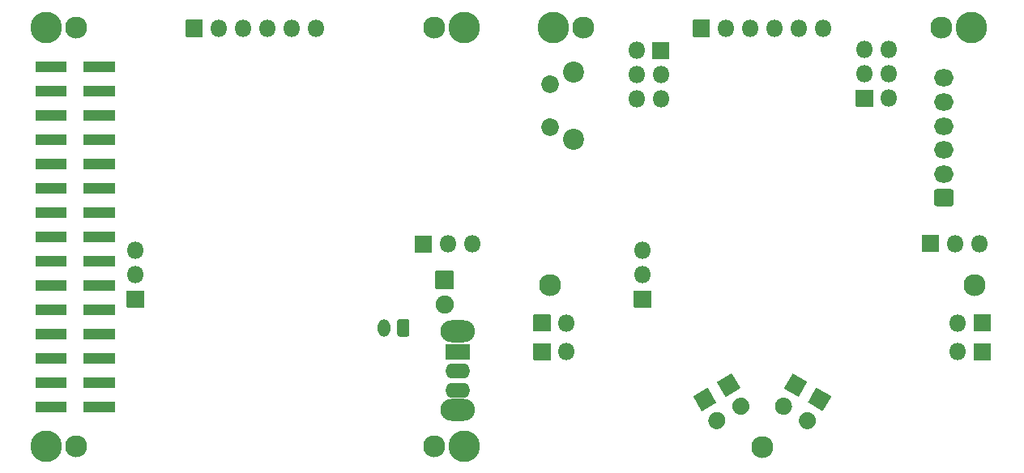
<source format=gts>
G04 #@! TF.GenerationSoftware,KiCad,Pcbnew,5.1.7-a382d34a8~88~ubuntu18.04.1*
G04 #@! TF.CreationDate,2021-01-25T19:44:07+09:00*
G04 #@! TF.ProjectId,m5mouse,6d356d6f-7573-4652-9e6b-696361645f70,rev?*
G04 #@! TF.SameCoordinates,Original*
G04 #@! TF.FileFunction,Soldermask,Top*
G04 #@! TF.FilePolarity,Negative*
%FSLAX46Y46*%
G04 Gerber Fmt 4.6, Leading zero omitted, Abs format (unit mm)*
G04 Created by KiCad (PCBNEW 5.1.7-a382d34a8~88~ubuntu18.04.1) date 2021-01-25 19:44:07*
%MOMM*%
%LPD*%
G01*
G04 APERTURE LIST*
%ADD10C,2.300000*%
%ADD11C,3.300000*%
%ADD12O,1.800000X1.800000*%
%ADD13C,1.900000*%
%ADD14O,2.050000X1.800000*%
%ADD15O,2.600000X1.600000*%
%ADD16O,3.600000X2.300000*%
%ADD17C,2.200000*%
%ADD18C,1.850000*%
%ADD19O,1.300000X1.850000*%
G04 APERTURE END LIST*
D10*
X158000000Y-137000000D03*
X139300000Y-93150000D03*
D11*
X136150000Y-93150000D03*
D10*
X176700000Y-93150000D03*
D11*
X179850000Y-93150000D03*
D10*
X123700000Y-136850000D03*
D11*
X126850000Y-136850000D03*
D10*
X86300000Y-136850000D03*
D11*
X83150000Y-136850000D03*
D10*
X86300000Y-93150000D03*
D11*
X83150000Y-93150000D03*
D10*
X123700000Y-93150000D03*
D11*
X126850000Y-93150000D03*
D10*
X180200000Y-120000000D03*
X135800000Y-120000000D03*
G36*
G01*
X82050000Y-97720000D02*
X82050000Y-96720000D01*
G75*
G02*
X82100000Y-96670000I50000J0D01*
G01*
X85250000Y-96670000D01*
G75*
G02*
X85300000Y-96720000I0J-50000D01*
G01*
X85300000Y-97720000D01*
G75*
G02*
X85250000Y-97770000I-50000J0D01*
G01*
X82100000Y-97770000D01*
G75*
G02*
X82050000Y-97720000I0J50000D01*
G01*
G37*
G36*
G01*
X87100000Y-97720000D02*
X87100000Y-96720000D01*
G75*
G02*
X87150000Y-96670000I50000J0D01*
G01*
X90300000Y-96670000D01*
G75*
G02*
X90350000Y-96720000I0J-50000D01*
G01*
X90350000Y-97720000D01*
G75*
G02*
X90300000Y-97770000I-50000J0D01*
G01*
X87150000Y-97770000D01*
G75*
G02*
X87100000Y-97720000I0J50000D01*
G01*
G37*
G36*
G01*
X82050000Y-100260000D02*
X82050000Y-99260000D01*
G75*
G02*
X82100000Y-99210000I50000J0D01*
G01*
X85250000Y-99210000D01*
G75*
G02*
X85300000Y-99260000I0J-50000D01*
G01*
X85300000Y-100260000D01*
G75*
G02*
X85250000Y-100310000I-50000J0D01*
G01*
X82100000Y-100310000D01*
G75*
G02*
X82050000Y-100260000I0J50000D01*
G01*
G37*
G36*
G01*
X87100000Y-100260000D02*
X87100000Y-99260000D01*
G75*
G02*
X87150000Y-99210000I50000J0D01*
G01*
X90300000Y-99210000D01*
G75*
G02*
X90350000Y-99260000I0J-50000D01*
G01*
X90350000Y-100260000D01*
G75*
G02*
X90300000Y-100310000I-50000J0D01*
G01*
X87150000Y-100310000D01*
G75*
G02*
X87100000Y-100260000I0J50000D01*
G01*
G37*
G36*
G01*
X82050000Y-102800000D02*
X82050000Y-101800000D01*
G75*
G02*
X82100000Y-101750000I50000J0D01*
G01*
X85250000Y-101750000D01*
G75*
G02*
X85300000Y-101800000I0J-50000D01*
G01*
X85300000Y-102800000D01*
G75*
G02*
X85250000Y-102850000I-50000J0D01*
G01*
X82100000Y-102850000D01*
G75*
G02*
X82050000Y-102800000I0J50000D01*
G01*
G37*
G36*
G01*
X87100000Y-102800000D02*
X87100000Y-101800000D01*
G75*
G02*
X87150000Y-101750000I50000J0D01*
G01*
X90300000Y-101750000D01*
G75*
G02*
X90350000Y-101800000I0J-50000D01*
G01*
X90350000Y-102800000D01*
G75*
G02*
X90300000Y-102850000I-50000J0D01*
G01*
X87150000Y-102850000D01*
G75*
G02*
X87100000Y-102800000I0J50000D01*
G01*
G37*
G36*
G01*
X82050000Y-105340000D02*
X82050000Y-104340000D01*
G75*
G02*
X82100000Y-104290000I50000J0D01*
G01*
X85250000Y-104290000D01*
G75*
G02*
X85300000Y-104340000I0J-50000D01*
G01*
X85300000Y-105340000D01*
G75*
G02*
X85250000Y-105390000I-50000J0D01*
G01*
X82100000Y-105390000D01*
G75*
G02*
X82050000Y-105340000I0J50000D01*
G01*
G37*
G36*
G01*
X87100000Y-105340000D02*
X87100000Y-104340000D01*
G75*
G02*
X87150000Y-104290000I50000J0D01*
G01*
X90300000Y-104290000D01*
G75*
G02*
X90350000Y-104340000I0J-50000D01*
G01*
X90350000Y-105340000D01*
G75*
G02*
X90300000Y-105390000I-50000J0D01*
G01*
X87150000Y-105390000D01*
G75*
G02*
X87100000Y-105340000I0J50000D01*
G01*
G37*
G36*
G01*
X82050000Y-107880000D02*
X82050000Y-106880000D01*
G75*
G02*
X82100000Y-106830000I50000J0D01*
G01*
X85250000Y-106830000D01*
G75*
G02*
X85300000Y-106880000I0J-50000D01*
G01*
X85300000Y-107880000D01*
G75*
G02*
X85250000Y-107930000I-50000J0D01*
G01*
X82100000Y-107930000D01*
G75*
G02*
X82050000Y-107880000I0J50000D01*
G01*
G37*
G36*
G01*
X87100000Y-107880000D02*
X87100000Y-106880000D01*
G75*
G02*
X87150000Y-106830000I50000J0D01*
G01*
X90300000Y-106830000D01*
G75*
G02*
X90350000Y-106880000I0J-50000D01*
G01*
X90350000Y-107880000D01*
G75*
G02*
X90300000Y-107930000I-50000J0D01*
G01*
X87150000Y-107930000D01*
G75*
G02*
X87100000Y-107880000I0J50000D01*
G01*
G37*
G36*
G01*
X82050000Y-110420000D02*
X82050000Y-109420000D01*
G75*
G02*
X82100000Y-109370000I50000J0D01*
G01*
X85250000Y-109370000D01*
G75*
G02*
X85300000Y-109420000I0J-50000D01*
G01*
X85300000Y-110420000D01*
G75*
G02*
X85250000Y-110470000I-50000J0D01*
G01*
X82100000Y-110470000D01*
G75*
G02*
X82050000Y-110420000I0J50000D01*
G01*
G37*
G36*
G01*
X87100000Y-110420000D02*
X87100000Y-109420000D01*
G75*
G02*
X87150000Y-109370000I50000J0D01*
G01*
X90300000Y-109370000D01*
G75*
G02*
X90350000Y-109420000I0J-50000D01*
G01*
X90350000Y-110420000D01*
G75*
G02*
X90300000Y-110470000I-50000J0D01*
G01*
X87150000Y-110470000D01*
G75*
G02*
X87100000Y-110420000I0J50000D01*
G01*
G37*
G36*
G01*
X82050000Y-112960000D02*
X82050000Y-111960000D01*
G75*
G02*
X82100000Y-111910000I50000J0D01*
G01*
X85250000Y-111910000D01*
G75*
G02*
X85300000Y-111960000I0J-50000D01*
G01*
X85300000Y-112960000D01*
G75*
G02*
X85250000Y-113010000I-50000J0D01*
G01*
X82100000Y-113010000D01*
G75*
G02*
X82050000Y-112960000I0J50000D01*
G01*
G37*
G36*
G01*
X87100000Y-112960000D02*
X87100000Y-111960000D01*
G75*
G02*
X87150000Y-111910000I50000J0D01*
G01*
X90300000Y-111910000D01*
G75*
G02*
X90350000Y-111960000I0J-50000D01*
G01*
X90350000Y-112960000D01*
G75*
G02*
X90300000Y-113010000I-50000J0D01*
G01*
X87150000Y-113010000D01*
G75*
G02*
X87100000Y-112960000I0J50000D01*
G01*
G37*
G36*
G01*
X82050000Y-115500000D02*
X82050000Y-114500000D01*
G75*
G02*
X82100000Y-114450000I50000J0D01*
G01*
X85250000Y-114450000D01*
G75*
G02*
X85300000Y-114500000I0J-50000D01*
G01*
X85300000Y-115500000D01*
G75*
G02*
X85250000Y-115550000I-50000J0D01*
G01*
X82100000Y-115550000D01*
G75*
G02*
X82050000Y-115500000I0J50000D01*
G01*
G37*
G36*
G01*
X87100000Y-115500000D02*
X87100000Y-114500000D01*
G75*
G02*
X87150000Y-114450000I50000J0D01*
G01*
X90300000Y-114450000D01*
G75*
G02*
X90350000Y-114500000I0J-50000D01*
G01*
X90350000Y-115500000D01*
G75*
G02*
X90300000Y-115550000I-50000J0D01*
G01*
X87150000Y-115550000D01*
G75*
G02*
X87100000Y-115500000I0J50000D01*
G01*
G37*
G36*
G01*
X82050000Y-118040000D02*
X82050000Y-117040000D01*
G75*
G02*
X82100000Y-116990000I50000J0D01*
G01*
X85250000Y-116990000D01*
G75*
G02*
X85300000Y-117040000I0J-50000D01*
G01*
X85300000Y-118040000D01*
G75*
G02*
X85250000Y-118090000I-50000J0D01*
G01*
X82100000Y-118090000D01*
G75*
G02*
X82050000Y-118040000I0J50000D01*
G01*
G37*
G36*
G01*
X87100000Y-118040000D02*
X87100000Y-117040000D01*
G75*
G02*
X87150000Y-116990000I50000J0D01*
G01*
X90300000Y-116990000D01*
G75*
G02*
X90350000Y-117040000I0J-50000D01*
G01*
X90350000Y-118040000D01*
G75*
G02*
X90300000Y-118090000I-50000J0D01*
G01*
X87150000Y-118090000D01*
G75*
G02*
X87100000Y-118040000I0J50000D01*
G01*
G37*
G36*
G01*
X82050000Y-120580000D02*
X82050000Y-119580000D01*
G75*
G02*
X82100000Y-119530000I50000J0D01*
G01*
X85250000Y-119530000D01*
G75*
G02*
X85300000Y-119580000I0J-50000D01*
G01*
X85300000Y-120580000D01*
G75*
G02*
X85250000Y-120630000I-50000J0D01*
G01*
X82100000Y-120630000D01*
G75*
G02*
X82050000Y-120580000I0J50000D01*
G01*
G37*
G36*
G01*
X87100000Y-120580000D02*
X87100000Y-119580000D01*
G75*
G02*
X87150000Y-119530000I50000J0D01*
G01*
X90300000Y-119530000D01*
G75*
G02*
X90350000Y-119580000I0J-50000D01*
G01*
X90350000Y-120580000D01*
G75*
G02*
X90300000Y-120630000I-50000J0D01*
G01*
X87150000Y-120630000D01*
G75*
G02*
X87100000Y-120580000I0J50000D01*
G01*
G37*
G36*
G01*
X82050000Y-123120000D02*
X82050000Y-122120000D01*
G75*
G02*
X82100000Y-122070000I50000J0D01*
G01*
X85250000Y-122070000D01*
G75*
G02*
X85300000Y-122120000I0J-50000D01*
G01*
X85300000Y-123120000D01*
G75*
G02*
X85250000Y-123170000I-50000J0D01*
G01*
X82100000Y-123170000D01*
G75*
G02*
X82050000Y-123120000I0J50000D01*
G01*
G37*
G36*
G01*
X87100000Y-123120000D02*
X87100000Y-122120000D01*
G75*
G02*
X87150000Y-122070000I50000J0D01*
G01*
X90300000Y-122070000D01*
G75*
G02*
X90350000Y-122120000I0J-50000D01*
G01*
X90350000Y-123120000D01*
G75*
G02*
X90300000Y-123170000I-50000J0D01*
G01*
X87150000Y-123170000D01*
G75*
G02*
X87100000Y-123120000I0J50000D01*
G01*
G37*
G36*
G01*
X82050000Y-125660000D02*
X82050000Y-124660000D01*
G75*
G02*
X82100000Y-124610000I50000J0D01*
G01*
X85250000Y-124610000D01*
G75*
G02*
X85300000Y-124660000I0J-50000D01*
G01*
X85300000Y-125660000D01*
G75*
G02*
X85250000Y-125710000I-50000J0D01*
G01*
X82100000Y-125710000D01*
G75*
G02*
X82050000Y-125660000I0J50000D01*
G01*
G37*
G36*
G01*
X87100000Y-125660000D02*
X87100000Y-124660000D01*
G75*
G02*
X87150000Y-124610000I50000J0D01*
G01*
X90300000Y-124610000D01*
G75*
G02*
X90350000Y-124660000I0J-50000D01*
G01*
X90350000Y-125660000D01*
G75*
G02*
X90300000Y-125710000I-50000J0D01*
G01*
X87150000Y-125710000D01*
G75*
G02*
X87100000Y-125660000I0J50000D01*
G01*
G37*
G36*
G01*
X82050000Y-128200000D02*
X82050000Y-127200000D01*
G75*
G02*
X82100000Y-127150000I50000J0D01*
G01*
X85250000Y-127150000D01*
G75*
G02*
X85300000Y-127200000I0J-50000D01*
G01*
X85300000Y-128200000D01*
G75*
G02*
X85250000Y-128250000I-50000J0D01*
G01*
X82100000Y-128250000D01*
G75*
G02*
X82050000Y-128200000I0J50000D01*
G01*
G37*
G36*
G01*
X87100000Y-128200000D02*
X87100000Y-127200000D01*
G75*
G02*
X87150000Y-127150000I50000J0D01*
G01*
X90300000Y-127150000D01*
G75*
G02*
X90350000Y-127200000I0J-50000D01*
G01*
X90350000Y-128200000D01*
G75*
G02*
X90300000Y-128250000I-50000J0D01*
G01*
X87150000Y-128250000D01*
G75*
G02*
X87100000Y-128200000I0J50000D01*
G01*
G37*
G36*
G01*
X82050000Y-130740000D02*
X82050000Y-129740000D01*
G75*
G02*
X82100000Y-129690000I50000J0D01*
G01*
X85250000Y-129690000D01*
G75*
G02*
X85300000Y-129740000I0J-50000D01*
G01*
X85300000Y-130740000D01*
G75*
G02*
X85250000Y-130790000I-50000J0D01*
G01*
X82100000Y-130790000D01*
G75*
G02*
X82050000Y-130740000I0J50000D01*
G01*
G37*
G36*
G01*
X87100000Y-130740000D02*
X87100000Y-129740000D01*
G75*
G02*
X87150000Y-129690000I50000J0D01*
G01*
X90300000Y-129690000D01*
G75*
G02*
X90350000Y-129740000I0J-50000D01*
G01*
X90350000Y-130740000D01*
G75*
G02*
X90300000Y-130790000I-50000J0D01*
G01*
X87150000Y-130790000D01*
G75*
G02*
X87100000Y-130740000I0J50000D01*
G01*
G37*
G36*
G01*
X82050000Y-133280000D02*
X82050000Y-132280000D01*
G75*
G02*
X82100000Y-132230000I50000J0D01*
G01*
X85250000Y-132230000D01*
G75*
G02*
X85300000Y-132280000I0J-50000D01*
G01*
X85300000Y-133280000D01*
G75*
G02*
X85250000Y-133330000I-50000J0D01*
G01*
X82100000Y-133330000D01*
G75*
G02*
X82050000Y-133280000I0J50000D01*
G01*
G37*
G36*
G01*
X87100000Y-133280000D02*
X87100000Y-132280000D01*
G75*
G02*
X87150000Y-132230000I50000J0D01*
G01*
X90300000Y-132230000D01*
G75*
G02*
X90350000Y-132280000I0J-50000D01*
G01*
X90350000Y-133280000D01*
G75*
G02*
X90300000Y-133330000I-50000J0D01*
G01*
X87150000Y-133330000D01*
G75*
G02*
X87100000Y-133280000I0J50000D01*
G01*
G37*
D12*
X171240000Y-95420000D03*
X168700000Y-95420000D03*
X171240000Y-97960000D03*
X168700000Y-97960000D03*
X171240000Y-100500000D03*
G36*
G01*
X167800000Y-101350000D02*
X167800000Y-99650000D01*
G75*
G02*
X167850000Y-99600000I50000J0D01*
G01*
X169550000Y-99600000D01*
G75*
G02*
X169600000Y-99650000I0J-50000D01*
G01*
X169600000Y-101350000D01*
G75*
G02*
X169550000Y-101400000I-50000J0D01*
G01*
X167850000Y-101400000D01*
G75*
G02*
X167800000Y-101350000I0J50000D01*
G01*
G37*
G36*
G01*
X148300000Y-94650000D02*
X148300000Y-96350000D01*
G75*
G02*
X148250000Y-96400000I-50000J0D01*
G01*
X146550000Y-96400000D01*
G75*
G02*
X146500000Y-96350000I0J50000D01*
G01*
X146500000Y-94650000D01*
G75*
G02*
X146550000Y-94600000I50000J0D01*
G01*
X148250000Y-94600000D01*
G75*
G02*
X148300000Y-94650000I0J-50000D01*
G01*
G37*
X144860000Y-95500000D03*
X147400000Y-98040000D03*
X144860000Y-98040000D03*
X147400000Y-100580000D03*
X144860000Y-100580000D03*
G36*
G01*
X97800000Y-92300000D02*
X99500000Y-92300000D01*
G75*
G02*
X99550000Y-92350000I0J-50000D01*
G01*
X99550000Y-94050000D01*
G75*
G02*
X99500000Y-94100000I-50000J0D01*
G01*
X97800000Y-94100000D01*
G75*
G02*
X97750000Y-94050000I0J50000D01*
G01*
X97750000Y-92350000D01*
G75*
G02*
X97800000Y-92300000I50000J0D01*
G01*
G37*
X101190000Y-93200000D03*
X103730000Y-93200000D03*
X106270000Y-93200000D03*
X108810000Y-93200000D03*
X111350000Y-93200000D03*
G36*
G01*
X152500000Y-94100000D02*
X150800000Y-94100000D01*
G75*
G02*
X150750000Y-94050000I0J50000D01*
G01*
X150750000Y-92350000D01*
G75*
G02*
X150800000Y-92300000I50000J0D01*
G01*
X152500000Y-92300000D01*
G75*
G02*
X152550000Y-92350000I0J-50000D01*
G01*
X152550000Y-94050000D01*
G75*
G02*
X152500000Y-94100000I-50000J0D01*
G01*
G37*
X154190000Y-93200000D03*
X156730000Y-93200000D03*
X159270000Y-93200000D03*
X161810000Y-93200000D03*
X164350000Y-93200000D03*
X178460000Y-124000000D03*
G36*
G01*
X181850000Y-124900000D02*
X180150000Y-124900000D01*
G75*
G02*
X180100000Y-124850000I0J50000D01*
G01*
X180100000Y-123150000D01*
G75*
G02*
X180150000Y-123100000I50000J0D01*
G01*
X181850000Y-123100000D01*
G75*
G02*
X181900000Y-123150000I0J-50000D01*
G01*
X181900000Y-124850000D01*
G75*
G02*
X181850000Y-124900000I-50000J0D01*
G01*
G37*
G36*
G01*
X162704423Y-130213878D02*
X161854423Y-131686122D01*
G75*
G02*
X161786122Y-131704423I-43301J25000D01*
G01*
X160313878Y-130854423D01*
G75*
G02*
X160295577Y-130786122I25000J43301D01*
G01*
X161145577Y-129313878D01*
G75*
G02*
X161213878Y-129295577I43301J-25000D01*
G01*
X162686122Y-130145577D01*
G75*
G02*
X162704423Y-130213878I-25000J-43301D01*
G01*
G37*
G36*
G01*
X161009423Y-133149705D02*
X161009423Y-133149705D01*
G75*
G02*
X159780000Y-133479128I-779423J450000D01*
G01*
X159780000Y-133479128D01*
G75*
G02*
X159450577Y-132249705I450000J779423D01*
G01*
X159450577Y-132249705D01*
G75*
G02*
X160680000Y-131920282I779423J-450000D01*
G01*
X160680000Y-131920282D01*
G75*
G02*
X161009423Y-133149705I-450000J-779423D01*
G01*
G37*
G36*
G01*
X156549423Y-132249705D02*
X156549423Y-132249705D01*
G75*
G02*
X156220000Y-133479128I-779423J-450000D01*
G01*
X156220000Y-133479128D01*
G75*
G02*
X154990577Y-133149705I-450000J779423D01*
G01*
X154990577Y-133149705D01*
G75*
G02*
X155320000Y-131920282I779423J450000D01*
G01*
X155320000Y-131920282D01*
G75*
G02*
X156549423Y-132249705I450000J-779423D01*
G01*
G37*
G36*
G01*
X154854423Y-129313878D02*
X155704423Y-130786122D01*
G75*
G02*
X155686122Y-130854423I-43301J-25000D01*
G01*
X154213878Y-131704423D01*
G75*
G02*
X154145577Y-131686122I-25000J43301D01*
G01*
X153295577Y-130213878D01*
G75*
G02*
X153313878Y-130145577I43301J25000D01*
G01*
X154786122Y-129295577D01*
G75*
G02*
X154854423Y-129313878I25000J-43301D01*
G01*
G37*
G36*
G01*
X134150000Y-123100000D02*
X135850000Y-123100000D01*
G75*
G02*
X135900000Y-123150000I0J-50000D01*
G01*
X135900000Y-124850000D01*
G75*
G02*
X135850000Y-124900000I-50000J0D01*
G01*
X134150000Y-124900000D01*
G75*
G02*
X134100000Y-124850000I0J50000D01*
G01*
X134100000Y-123150000D01*
G75*
G02*
X134150000Y-123100000I50000J0D01*
G01*
G37*
X137540000Y-124000000D03*
G36*
G01*
X181850000Y-127900000D02*
X180150000Y-127900000D01*
G75*
G02*
X180100000Y-127850000I0J50000D01*
G01*
X180100000Y-126150000D01*
G75*
G02*
X180150000Y-126100000I50000J0D01*
G01*
X181850000Y-126100000D01*
G75*
G02*
X181900000Y-126150000I0J-50000D01*
G01*
X181900000Y-127850000D01*
G75*
G02*
X181850000Y-127900000I-50000J0D01*
G01*
G37*
X178460000Y-127000000D03*
G36*
G01*
X163509423Y-134649705D02*
X163509423Y-134649705D01*
G75*
G02*
X162280000Y-134979128I-779423J450000D01*
G01*
X162280000Y-134979128D01*
G75*
G02*
X161950577Y-133749705I450000J779423D01*
G01*
X161950577Y-133749705D01*
G75*
G02*
X163180000Y-133420282I779423J-450000D01*
G01*
X163180000Y-133420282D01*
G75*
G02*
X163509423Y-134649705I-450000J-779423D01*
G01*
G37*
G36*
G01*
X165204423Y-131713878D02*
X164354423Y-133186122D01*
G75*
G02*
X164286122Y-133204423I-43301J25000D01*
G01*
X162813878Y-132354423D01*
G75*
G02*
X162795577Y-132286122I25000J43301D01*
G01*
X163645577Y-130813878D01*
G75*
G02*
X163713878Y-130795577I43301J-25000D01*
G01*
X165186122Y-131645577D01*
G75*
G02*
X165204423Y-131713878I-25000J-43301D01*
G01*
G37*
G36*
G01*
X152354423Y-130813878D02*
X153204423Y-132286122D01*
G75*
G02*
X153186122Y-132354423I-43301J-25000D01*
G01*
X151713878Y-133204423D01*
G75*
G02*
X151645577Y-133186122I-25000J43301D01*
G01*
X150795577Y-131713878D01*
G75*
G02*
X150813878Y-131645577I43301J25000D01*
G01*
X152286122Y-130795577D01*
G75*
G02*
X152354423Y-130813878I25000J-43301D01*
G01*
G37*
G36*
G01*
X154049423Y-133749705D02*
X154049423Y-133749705D01*
G75*
G02*
X153720000Y-134979128I-779423J-450000D01*
G01*
X153720000Y-134979128D01*
G75*
G02*
X152490577Y-134649705I-450000J779423D01*
G01*
X152490577Y-134649705D01*
G75*
G02*
X152820000Y-133420282I779423J450000D01*
G01*
X152820000Y-133420282D01*
G75*
G02*
X154049423Y-133749705I450000J-779423D01*
G01*
G37*
X137540000Y-127000000D03*
G36*
G01*
X134150000Y-126100000D02*
X135850000Y-126100000D01*
G75*
G02*
X135900000Y-126150000I0J-50000D01*
G01*
X135900000Y-127850000D01*
G75*
G02*
X135850000Y-127900000I-50000J0D01*
G01*
X134150000Y-127900000D01*
G75*
G02*
X134100000Y-127850000I0J50000D01*
G01*
X134100000Y-126150000D01*
G75*
G02*
X134150000Y-126100000I50000J0D01*
G01*
G37*
G36*
G01*
X123900000Y-118550000D02*
X125700000Y-118550000D01*
G75*
G02*
X125750000Y-118600000I0J-50000D01*
G01*
X125750000Y-120400000D01*
G75*
G02*
X125700000Y-120450000I-50000J0D01*
G01*
X123900000Y-120450000D01*
G75*
G02*
X123850000Y-120400000I0J50000D01*
G01*
X123850000Y-118600000D01*
G75*
G02*
X123900000Y-118550000I50000J0D01*
G01*
G37*
D13*
X124800000Y-122040000D03*
D14*
X177000000Y-98400000D03*
X177000000Y-100900000D03*
X177000000Y-103400000D03*
X177000000Y-105900000D03*
X177000000Y-108400000D03*
G36*
G01*
X177760295Y-111800000D02*
X176239705Y-111800000D01*
G75*
G02*
X175975000Y-111535295I0J264705D01*
G01*
X175975000Y-110264705D01*
G75*
G02*
X176239705Y-110000000I264705J0D01*
G01*
X177760295Y-110000000D01*
G75*
G02*
X178025000Y-110264705I0J-264705D01*
G01*
X178025000Y-111535295D01*
G75*
G02*
X177760295Y-111800000I-264705J0D01*
G01*
G37*
G36*
G01*
X124950000Y-126200000D02*
X127450000Y-126200000D01*
G75*
G02*
X127500000Y-126250000I0J-50000D01*
G01*
X127500000Y-127750000D01*
G75*
G02*
X127450000Y-127800000I-50000J0D01*
G01*
X124950000Y-127800000D01*
G75*
G02*
X124900000Y-127750000I0J50000D01*
G01*
X124900000Y-126250000D01*
G75*
G02*
X124950000Y-126200000I50000J0D01*
G01*
G37*
D15*
X126200000Y-129000000D03*
X126200000Y-131000000D03*
D16*
X126200000Y-124900000D03*
X126200000Y-133100000D03*
D17*
X138290000Y-104760000D03*
D18*
X135800000Y-103500000D03*
X135800000Y-99000000D03*
D17*
X138290000Y-97750000D03*
G36*
G01*
X146400000Y-120650000D02*
X146400000Y-122350000D01*
G75*
G02*
X146350000Y-122400000I-50000J0D01*
G01*
X144650000Y-122400000D01*
G75*
G02*
X144600000Y-122350000I0J50000D01*
G01*
X144600000Y-120650000D01*
G75*
G02*
X144650000Y-120600000I50000J0D01*
G01*
X146350000Y-120600000D01*
G75*
G02*
X146400000Y-120650000I0J-50000D01*
G01*
G37*
D12*
X145500000Y-118960000D03*
X145500000Y-116420000D03*
X180680000Y-115700000D03*
X178140000Y-115700000D03*
G36*
G01*
X176450000Y-116600000D02*
X174750000Y-116600000D01*
G75*
G02*
X174700000Y-116550000I0J50000D01*
G01*
X174700000Y-114850000D01*
G75*
G02*
X174750000Y-114800000I50000J0D01*
G01*
X176450000Y-114800000D01*
G75*
G02*
X176500000Y-114850000I0J-50000D01*
G01*
X176500000Y-116550000D01*
G75*
G02*
X176450000Y-116600000I-50000J0D01*
G01*
G37*
G36*
G01*
X121150000Y-123845832D02*
X121150000Y-125154168D01*
G75*
G02*
X120879168Y-125425000I-270832J0D01*
G01*
X120120832Y-125425000D01*
G75*
G02*
X119850000Y-125154168I0J270832D01*
G01*
X119850000Y-123845832D01*
G75*
G02*
X120120832Y-123575000I270832J0D01*
G01*
X120879168Y-123575000D01*
G75*
G02*
X121150000Y-123845832I0J-270832D01*
G01*
G37*
D19*
X118500000Y-124500000D03*
D12*
X92500000Y-116420000D03*
X92500000Y-118960000D03*
G36*
G01*
X91600000Y-122350000D02*
X91600000Y-120650000D01*
G75*
G02*
X91650000Y-120600000I50000J0D01*
G01*
X93350000Y-120600000D01*
G75*
G02*
X93400000Y-120650000I0J-50000D01*
G01*
X93400000Y-122350000D01*
G75*
G02*
X93350000Y-122400000I-50000J0D01*
G01*
X91650000Y-122400000D01*
G75*
G02*
X91600000Y-122350000I0J50000D01*
G01*
G37*
G36*
G01*
X121750000Y-114850000D02*
X123450000Y-114850000D01*
G75*
G02*
X123500000Y-114900000I0J-50000D01*
G01*
X123500000Y-116600000D01*
G75*
G02*
X123450000Y-116650000I-50000J0D01*
G01*
X121750000Y-116650000D01*
G75*
G02*
X121700000Y-116600000I0J50000D01*
G01*
X121700000Y-114900000D01*
G75*
G02*
X121750000Y-114850000I50000J0D01*
G01*
G37*
X125140000Y-115750000D03*
X127680000Y-115750000D03*
M02*

</source>
